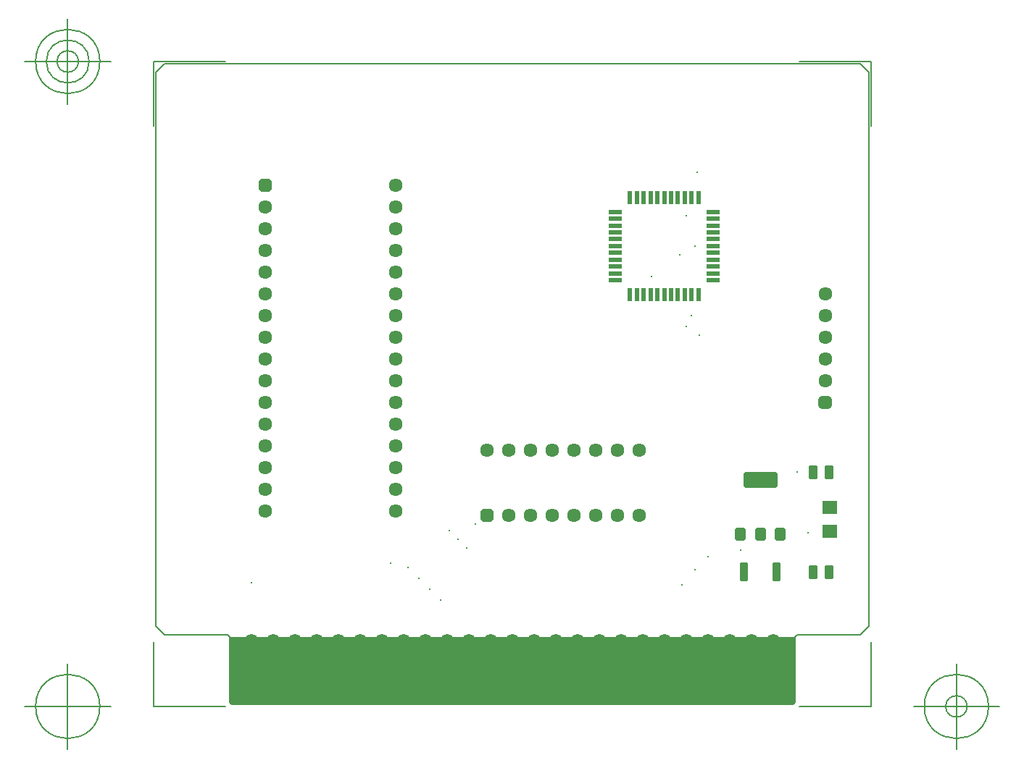
<source format=gbr>
G04 Generated by Ultiboard 14.0 *
%FSLAX34Y34*%
%MOMM*%

%ADD10C,0.0001*%
%ADD11C,0.0010*%
%ADD12C,0.1270*%
%ADD13C,1.6088*%
%ADD14R,0.5291X0.5291*%
%ADD15C,0.9949*%
%ADD16R,0.5718X1.1857*%
%ADD17C,0.4232*%
%ADD18C,0.3000*%
%ADD19R,0.6774X0.6774*%
%ADD20C,0.8466*%
%ADD21R,0.5718X1.7780*%
%ADD22O,1.5240X8.0000*%
%ADD23R,0.6772X0.9312*%
%ADD24C,0.5928*%
%ADD25R,3.3863X1.2062*%
%ADD26R,1.8000X1.6000*%
%ADD27R,0.5000X1.5500*%
%ADD28R,1.5500X0.5000*%


G04 ColorRGB FF00CC for the following layer *
%LNSolder Mask Top*%
%LPD*%
G54D10*
G54D11*
G36*
X279400Y58420D02*
X279400Y137160D01*
X939800Y137160D01*
X939800Y58420D01*
X279400Y58420D01*
G37*
G54D12*
X190500Y55880D02*
X190500Y131318D01*
X190500Y55880D02*
X274320Y55880D01*
X1028700Y55880D02*
X944880Y55880D01*
X1028700Y55880D02*
X1028700Y131318D01*
X1028700Y810260D02*
X1028700Y734822D01*
X1028700Y810260D02*
X944880Y810260D01*
X190500Y810260D02*
X274320Y810260D01*
X190500Y810260D02*
X190500Y734822D01*
X140500Y55880D02*
X40500Y55880D01*
X90500Y5880D02*
X90500Y105880D01*
X53000Y55880D02*
G75*
D01*
G02X53000Y55880I37500J0*
G01*
X1078700Y55880D02*
X1178700Y55880D01*
X1128700Y5880D02*
X1128700Y105880D01*
X1091200Y55880D02*
G75*
D01*
G02X1091200Y55880I37500J0*
G01*
X1116200Y55880D02*
G75*
D01*
G02X1116200Y55880I12500J0*
G01*
X140500Y810260D02*
X40500Y810260D01*
X90500Y760260D02*
X90500Y860260D01*
X53000Y810260D02*
G75*
D01*
G02X53000Y810260I37500J0*
G01*
X65500Y810260D02*
G75*
D01*
G02X65500Y810260I25000J0*
G01*
X78000Y810260D02*
G75*
D01*
G02X78000Y810260I12500J0*
G01*
X281940Y58420D02*
X937260Y58420D01*
X279400Y137160D02*
X279400Y60960D01*
X939800Y60960D02*
X939800Y137160D01*
X276860Y139700D02*
X279400Y137160D01*
X279400Y60960D02*
X281940Y58420D01*
X937260Y58420D02*
X939800Y60960D01*
X939800Y137160D02*
X942340Y139700D01*
X1016000Y139700D02*
X1026160Y149860D01*
X942340Y139700D02*
X1016000Y139700D01*
X1026160Y797560D02*
X1016000Y807720D01*
X1026160Y149860D02*
X1026160Y797560D01*
X193040Y797560D02*
X193040Y149860D01*
X203200Y139700D01*
X203200Y807720D02*
X193040Y797560D01*
X203200Y139700D02*
X276860Y139700D01*
X1016000Y807720D02*
X203200Y807720D01*
X190500Y55880D02*
X190500Y131318D01*
X190500Y55880D02*
X274320Y55880D01*
X1028700Y55880D02*
X944880Y55880D01*
X1028700Y55880D02*
X1028700Y131318D01*
X1028700Y810260D02*
X1028700Y734822D01*
X1028700Y810260D02*
X944880Y810260D01*
X190500Y810260D02*
X274320Y810260D01*
X190500Y810260D02*
X190500Y734822D01*
X140500Y55880D02*
X40500Y55880D01*
X90500Y5880D02*
X90500Y105880D01*
X53000Y55880D02*
G75*
D01*
G02X53000Y55880I37500J0*
G01*
X1078700Y55880D02*
X1178700Y55880D01*
X1128700Y5880D02*
X1128700Y105880D01*
X1091200Y55880D02*
G75*
D01*
G02X1091200Y55880I37500J0*
G01*
X1116200Y55880D02*
G75*
D01*
G02X1116200Y55880I12500J0*
G01*
X140500Y810260D02*
X40500Y810260D01*
X90500Y760260D02*
X90500Y860260D01*
X53000Y810260D02*
G75*
D01*
G02X53000Y810260I37500J0*
G01*
X65500Y810260D02*
G75*
D01*
G02X65500Y810260I25000J0*
G01*
X78000Y810260D02*
G75*
D01*
G02X78000Y810260I12500J0*
G01*
G54D13*
X975360Y487680D03*
X975360Y436880D03*
X975360Y538480D03*
X975360Y462280D03*
X975360Y513080D03*
X321310Y360680D03*
X473710Y360680D03*
X473710Y665480D03*
X473710Y513080D03*
X473710Y589280D03*
X473710Y640080D03*
X473710Y614680D03*
X473710Y563880D03*
X473710Y538480D03*
X473710Y436880D03*
X473710Y462280D03*
X473710Y487680D03*
X473710Y386080D03*
X473710Y411480D03*
X473710Y309880D03*
X473710Y335280D03*
X473710Y284480D03*
X321310Y513080D03*
X321310Y589280D03*
X321310Y614680D03*
X321310Y640080D03*
X321310Y538480D03*
X321310Y563880D03*
X321310Y436880D03*
X321310Y462280D03*
X321310Y487680D03*
X321310Y386080D03*
X321310Y411480D03*
X321310Y284480D03*
X321310Y309880D03*
X321310Y335280D03*
X580390Y355600D03*
X758190Y355600D03*
X631190Y355600D03*
X605790Y355600D03*
X656590Y355600D03*
X707390Y355600D03*
X681990Y355600D03*
X732790Y355600D03*
X605790Y279400D03*
X758190Y279400D03*
X681990Y279400D03*
X631190Y279400D03*
X656590Y279400D03*
X732790Y279400D03*
X707390Y279400D03*
G54D14*
X975360Y411480D03*
G54D15*
X972715Y408835D02*
X978005Y408835D01*
X978005Y414125D01*
X972715Y414125D01*
X972715Y408835D01*D02*
G54D16*
X979593Y330200D03*
X960967Y330200D03*
X979593Y213360D03*
X960967Y213360D03*
G54D17*
X976734Y324272D02*
X982452Y324272D01*
X982452Y336128D01*
X976734Y336128D01*
X976734Y324272D01*D02*
X958108Y324272D02*
X963826Y324272D01*
X963826Y336128D01*
X958108Y336128D01*
X958108Y324272D01*D02*
X976734Y207432D02*
X982452Y207432D01*
X982452Y219288D01*
X976734Y219288D01*
X976734Y207432D01*D02*
X958108Y207432D02*
X963826Y207432D01*
X963826Y219288D01*
X958108Y219288D01*
X958108Y207432D01*D02*
X877251Y204470D02*
X882969Y204470D01*
X882969Y222250D01*
X877251Y222250D01*
X877251Y204470D01*D02*
X915351Y204470D02*
X921069Y204470D01*
X921069Y222250D01*
X915351Y222250D01*
X915351Y204470D01*D02*
G54D18*
X487680Y218440D03*
X500380Y205740D03*
X513080Y193040D03*
X525780Y180340D03*
X556260Y241300D03*
X546100Y251460D03*
X535940Y261620D03*
X822960Y215900D03*
X807720Y198120D03*
X838200Y231140D03*
X828040Y490220D03*
X819420Y513080D03*
X812800Y500380D03*
X566420Y269240D03*
X467360Y223520D03*
X825500Y680720D03*
X304800Y200660D03*
X876300Y238760D03*
X955040Y259080D03*
X942340Y330200D03*
X772160Y558800D03*
X822960Y594360D03*
X812800Y629920D03*
X805180Y584200D03*
G54D19*
X321310Y665480D03*
X580390Y279400D03*
G54D20*
X317923Y662093D02*
X324697Y662093D01*
X324697Y668867D01*
X317923Y668867D01*
X317923Y662093D01*D02*
X577003Y276013D02*
X583777Y276013D01*
X583777Y282787D01*
X577003Y282787D01*
X577003Y276013D01*D02*
G54D21*
X880110Y213360D03*
X918210Y213360D03*
G54D22*
X304800Y101060D03*
X330200Y101060D03*
X355600Y101060D03*
X381000Y101060D03*
X406400Y101060D03*
X431800Y101060D03*
X457200Y101060D03*
X482600Y101060D03*
X508000Y101060D03*
X533400Y101060D03*
X558800Y101060D03*
X584200Y101060D03*
X609600Y101060D03*
X635000Y101060D03*
X660400Y101060D03*
X685800Y101060D03*
X711200Y101060D03*
X736600Y101060D03*
X762000Y101060D03*
X787400Y101060D03*
X812800Y101060D03*
X838200Y101060D03*
X863600Y101060D03*
X889000Y101060D03*
X914400Y101060D03*
G54D23*
X875877Y257810D03*
X922443Y257810D03*
X899160Y257810D03*
G54D24*
X872491Y253154D02*
X879263Y253154D01*
X879263Y262466D01*
X872491Y262466D01*
X872491Y253154D01*D02*
X919057Y253154D02*
X925829Y253154D01*
X925829Y262466D01*
X919057Y262466D01*
X919057Y253154D01*D02*
X882229Y315279D02*
X916091Y315279D01*
X916091Y327341D01*
X882229Y327341D01*
X882229Y315279D01*D02*
X895774Y253154D02*
X902546Y253154D01*
X902546Y262466D01*
X895774Y262466D01*
X895774Y253154D01*D02*
G54D25*
X899160Y321310D03*
G54D26*
X980440Y288320D03*
X980440Y260320D03*
G54D27*
X755400Y537360D03*
X747400Y537360D03*
X779400Y537360D03*
X771400Y537360D03*
X763400Y537360D03*
X795400Y537360D03*
X787400Y537360D03*
X819400Y537360D03*
X811400Y537360D03*
X803400Y537360D03*
X827400Y537360D03*
X747400Y651360D03*
X755400Y651360D03*
X763400Y651360D03*
X771400Y651360D03*
X779400Y651360D03*
X787400Y651360D03*
X795400Y651360D03*
X803400Y651360D03*
X811400Y651360D03*
X819400Y651360D03*
X827400Y651360D03*
G54D28*
X730400Y554360D03*
X844400Y554360D03*
X730400Y562360D03*
X730400Y570360D03*
X730400Y578360D03*
X844400Y578360D03*
X844400Y570360D03*
X844400Y562360D03*
X730400Y586360D03*
X730400Y594360D03*
X844400Y594360D03*
X844400Y586360D03*
X730400Y602360D03*
X730400Y610360D03*
X730400Y618360D03*
X844400Y618360D03*
X844400Y610360D03*
X844400Y602360D03*
X730400Y626360D03*
X730400Y634360D03*
X844400Y634360D03*
X844400Y626360D03*

M02*

</source>
